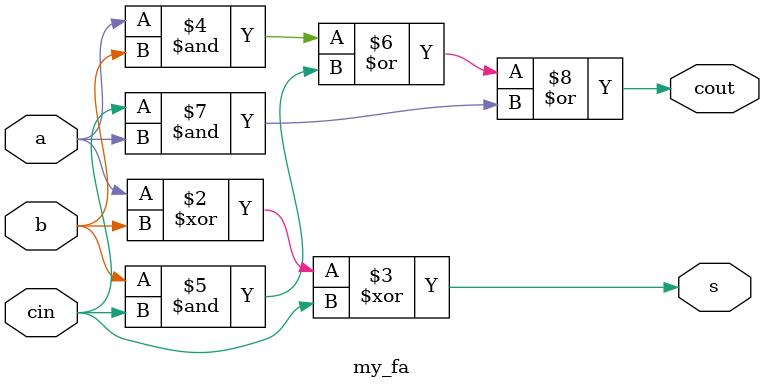
<source format=v>
module my_fa(input a,b,cin,output reg s,cout);
	always @(a,b,cin) 
		begin 
			s = a^b^cin;
			cout = (a&b) | (b&cin) | (cin&a);
		end
endmodule
</source>
